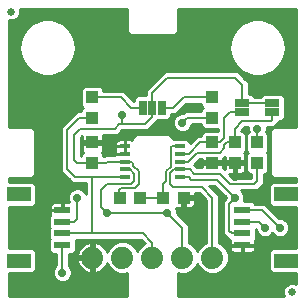
<source format=gtl>
G75*
%MOIN*%
%OFA0B0*%
%FSLAX25Y25*%
%IPPOS*%
%LPD*%
%AMOC8*
5,1,8,0,0,1.08239X$1,22.5*
%
%ADD10C,0.02500*%
%ADD11R,0.03937X0.04331*%
%ADD12R,0.02500X0.05000*%
%ADD13R,0.07874X0.04724*%
%ADD14R,0.05315X0.02362*%
%ADD15C,0.07400*%
%ADD16R,0.04331X0.03937*%
%ADD17R,0.03543X0.01496*%
%ADD18R,0.05000X0.02500*%
%ADD19C,0.00700*%
%ADD20C,0.02900*%
%ADD21C,0.01000*%
D10*
X0259833Y0078500D03*
X0166333Y0172000D03*
D11*
X0193333Y0143346D03*
X0193333Y0136654D03*
X0193333Y0128346D03*
X0193333Y0121654D03*
X0233333Y0121654D03*
X0240833Y0121654D03*
X0248333Y0121654D03*
X0248333Y0128346D03*
X0240833Y0128346D03*
X0233333Y0128346D03*
X0233333Y0136654D03*
X0233333Y0143346D03*
D12*
X0216533Y0140000D03*
X0213333Y0140000D03*
X0210133Y0140000D03*
D13*
X0168865Y0111024D03*
X0168865Y0088976D03*
X0257802Y0088976D03*
X0257802Y0111024D03*
D14*
X0243333Y0105906D03*
X0243333Y0101969D03*
X0243333Y0098031D03*
X0243333Y0094094D03*
X0183333Y0094094D03*
X0183333Y0098031D03*
X0183333Y0101969D03*
X0183333Y0105906D03*
D15*
X0193333Y0090000D03*
X0203333Y0090000D03*
X0213333Y0090000D03*
X0223333Y0090000D03*
X0233333Y0090000D03*
D16*
X0223680Y0110000D03*
X0216987Y0110000D03*
X0209180Y0110000D03*
X0202487Y0110000D03*
D17*
X0204180Y0116882D03*
X0204180Y0119441D03*
X0204180Y0122000D03*
X0204180Y0124559D03*
X0204180Y0127118D03*
X0222487Y0127118D03*
X0222487Y0124559D03*
X0222487Y0122000D03*
X0222487Y0119441D03*
X0222487Y0116882D03*
D18*
X0243333Y0138400D03*
X0243333Y0141600D03*
X0253333Y0141600D03*
X0253333Y0138400D03*
D19*
X0253333Y0136000D01*
X0252833Y0135500D01*
X0243333Y0135500D01*
X0240833Y0133000D01*
X0240833Y0128346D01*
X0238180Y0128346D01*
X0237333Y0127500D01*
X0237333Y0126500D01*
X0235833Y0125000D01*
X0228333Y0125000D01*
X0225333Y0122000D01*
X0222487Y0122000D01*
X0222487Y0124559D02*
X0225392Y0124559D01*
X0229180Y0128346D01*
X0233333Y0128346D01*
X0235680Y0128346D01*
X0237333Y0130000D01*
X0237333Y0136500D01*
X0239233Y0138400D01*
X0243333Y0138400D01*
X0243333Y0141600D02*
X0253333Y0141600D01*
X0243333Y0141600D02*
X0243333Y0147500D01*
X0240833Y0150000D01*
X0218333Y0150000D01*
X0213333Y0145000D01*
X0213333Y0140000D01*
X0213333Y0137000D01*
X0210833Y0134500D01*
X0203333Y0134500D01*
X0203333Y0137500D01*
X0203333Y0134500D02*
X0202333Y0134500D01*
X0200833Y0133000D01*
X0189333Y0133000D01*
X0187333Y0131000D01*
X0187333Y0127000D01*
X0187302Y0126969D01*
X0187333Y0127000D02*
X0187333Y0122500D01*
X0188180Y0121654D01*
X0193333Y0121654D01*
X0197987Y0121654D01*
X0198333Y0122000D01*
X0204180Y0122000D01*
X0206333Y0122000D01*
X0206933Y0121400D01*
X0206933Y0120600D01*
X0208833Y0118700D01*
X0208833Y0114500D01*
X0207433Y0113100D01*
X0202933Y0113100D01*
X0202333Y0112500D01*
X0202333Y0110154D01*
X0202487Y0110000D01*
X0209180Y0110000D02*
X0216987Y0110000D01*
X0216987Y0114654D01*
X0217833Y0115500D01*
X0217833Y0118700D01*
X0219433Y0120300D01*
X0219433Y0126700D01*
X0219851Y0127118D01*
X0222487Y0127118D01*
X0222487Y0119441D02*
X0220574Y0119441D01*
X0219333Y0118200D01*
X0219333Y0114500D01*
X0220333Y0113500D01*
X0229833Y0113500D01*
X0233333Y0110000D01*
X0233333Y0090000D01*
X0223333Y0090000D02*
X0223333Y0100000D01*
X0218333Y0105000D01*
X0198333Y0105000D01*
X0196333Y0107000D01*
X0196333Y0112500D01*
X0198333Y0114500D01*
X0206333Y0114500D01*
X0207333Y0115500D01*
X0207333Y0118000D01*
X0205892Y0119441D01*
X0204180Y0119441D01*
X0204180Y0116882D02*
X0193333Y0116882D01*
X0193333Y0098031D01*
X0210302Y0098031D01*
X0213333Y0095000D01*
X0213333Y0090000D01*
X0193333Y0098031D02*
X0183333Y0098031D01*
X0183333Y0094094D02*
X0183333Y0085000D01*
X0183333Y0101969D02*
X0187302Y0101969D01*
X0188333Y0103000D01*
X0188333Y0110000D01*
X0187451Y0116882D02*
X0193333Y0116882D01*
X0187451Y0116882D02*
X0184833Y0119500D01*
X0184833Y0132500D01*
X0188987Y0136654D01*
X0193333Y0136654D01*
X0193333Y0143346D02*
X0202987Y0143346D01*
X0206333Y0140000D01*
X0210133Y0140000D01*
X0216533Y0140000D02*
X0220333Y0140000D01*
X0223680Y0143346D01*
X0233333Y0143346D01*
X0233333Y0136654D02*
X0224987Y0136654D01*
X0223333Y0135000D01*
X0248333Y0133000D02*
X0248333Y0128346D01*
X0248333Y0121654D02*
X0248333Y0115500D01*
X0247333Y0114500D01*
X0239333Y0114500D01*
X0235833Y0118000D01*
X0227333Y0118000D01*
X0225892Y0119441D01*
X0222487Y0119441D01*
X0222487Y0116882D02*
X0225451Y0116882D01*
X0226333Y0116000D01*
X0234833Y0116000D01*
X0240833Y0110000D01*
X0238833Y0108000D01*
X0238833Y0099000D01*
X0239802Y0098031D01*
X0243333Y0098031D01*
X0243333Y0101969D02*
X0248865Y0101969D01*
X0250833Y0100000D01*
X0255833Y0100000D02*
X0249928Y0105906D01*
X0243333Y0105906D01*
D20*
X0245633Y0110000D03*
X0240833Y0110000D03*
X0228133Y0110000D03*
X0218333Y0105000D03*
X0198333Y0105000D03*
X0188333Y0110000D03*
X0198333Y0130000D03*
X0203333Y0137500D03*
X0223333Y0135000D03*
X0248333Y0133000D03*
X0240833Y0117000D03*
X0250833Y0100000D03*
X0255833Y0100000D03*
X0183333Y0085000D03*
D21*
X0165433Y0084914D02*
X0165433Y0077100D01*
X0204690Y0077100D01*
X0204690Y0084666D01*
X0204778Y0084753D01*
X0204407Y0084600D01*
X0202259Y0084600D01*
X0200274Y0085422D01*
X0198755Y0086941D01*
X0198224Y0088224D01*
X0198152Y0088004D01*
X0197781Y0087275D01*
X0197300Y0086612D01*
X0196721Y0086034D01*
X0196059Y0085553D01*
X0195329Y0085181D01*
X0194551Y0084928D01*
X0193833Y0084814D01*
X0193833Y0089500D01*
X0192833Y0089500D01*
X0188148Y0089500D01*
X0188261Y0088782D01*
X0188514Y0088004D01*
X0188886Y0087275D01*
X0189367Y0086612D01*
X0189946Y0086034D01*
X0190608Y0085553D01*
X0191337Y0085181D01*
X0192116Y0084928D01*
X0192833Y0084814D01*
X0192833Y0089500D01*
X0192833Y0090500D01*
X0188148Y0090500D01*
X0188261Y0091218D01*
X0188514Y0091996D01*
X0188886Y0092725D01*
X0189367Y0093388D01*
X0189946Y0093966D01*
X0190608Y0094447D01*
X0191337Y0094819D01*
X0192116Y0095072D01*
X0192833Y0095186D01*
X0192833Y0090500D01*
X0193833Y0090500D01*
X0193833Y0095186D01*
X0194551Y0095072D01*
X0195329Y0094819D01*
X0196059Y0094447D01*
X0196721Y0093966D01*
X0197300Y0093388D01*
X0197781Y0092725D01*
X0198152Y0091996D01*
X0198224Y0091776D01*
X0198755Y0093059D01*
X0200274Y0094578D01*
X0202259Y0095400D01*
X0204407Y0095400D01*
X0206392Y0094578D01*
X0207911Y0093059D01*
X0208333Y0092040D01*
X0208755Y0093059D01*
X0210274Y0094578D01*
X0210686Y0094748D01*
X0209453Y0095981D01*
X0187689Y0095981D01*
X0187691Y0095980D01*
X0187691Y0092209D01*
X0186695Y0091213D01*
X0185383Y0091213D01*
X0185383Y0087405D01*
X0186004Y0086784D01*
X0186483Y0085627D01*
X0186483Y0084373D01*
X0186004Y0083216D01*
X0185118Y0082330D01*
X0183960Y0081850D01*
X0182707Y0081850D01*
X0181549Y0082330D01*
X0180663Y0083216D01*
X0180183Y0084373D01*
X0180183Y0085627D01*
X0180663Y0086784D01*
X0181283Y0087405D01*
X0181283Y0091213D01*
X0179972Y0091213D01*
X0178976Y0092209D01*
X0178976Y0095980D01*
X0179059Y0096063D01*
X0178976Y0096146D01*
X0178976Y0099917D01*
X0179059Y0100000D01*
X0178976Y0100083D01*
X0178976Y0103854D01*
X0179276Y0104154D01*
X0179176Y0104527D01*
X0179176Y0105815D01*
X0183243Y0105815D01*
X0183243Y0105996D01*
X0183243Y0108587D01*
X0180478Y0108587D01*
X0180097Y0108484D01*
X0179755Y0108287D01*
X0179476Y0108008D01*
X0179278Y0107666D01*
X0179176Y0107284D01*
X0179176Y0105996D01*
X0183243Y0105996D01*
X0183424Y0105996D01*
X0183424Y0108587D01*
X0185509Y0108587D01*
X0185183Y0109373D01*
X0185183Y0110627D01*
X0185663Y0111784D01*
X0186549Y0112670D01*
X0187707Y0113150D01*
X0188960Y0113150D01*
X0190118Y0112670D01*
X0191004Y0111784D01*
X0191283Y0111109D01*
X0191283Y0114832D01*
X0186602Y0114832D01*
X0185401Y0116033D01*
X0183984Y0117450D01*
X0182783Y0118651D01*
X0182783Y0133349D01*
X0183984Y0134550D01*
X0188138Y0138704D01*
X0189665Y0138704D01*
X0189665Y0139523D01*
X0190142Y0140000D01*
X0189665Y0140477D01*
X0189665Y0146216D01*
X0190661Y0147212D01*
X0196006Y0147212D01*
X0197002Y0146216D01*
X0197002Y0145396D01*
X0203836Y0145396D01*
X0207182Y0142050D01*
X0207183Y0142050D01*
X0207183Y0143204D01*
X0208179Y0144200D01*
X0211283Y0144200D01*
X0211283Y0145849D01*
X0217484Y0152050D01*
X0241682Y0152050D01*
X0244182Y0149550D01*
X0245383Y0148349D01*
X0245383Y0144550D01*
X0246537Y0144550D01*
X0247437Y0143650D01*
X0249229Y0143650D01*
X0250129Y0144550D01*
X0256537Y0144550D01*
X0257533Y0143554D01*
X0257533Y0136446D01*
X0256537Y0135450D01*
X0255383Y0135450D01*
X0255383Y0135151D01*
X0254182Y0133950D01*
X0253875Y0133643D01*
X0261233Y0133643D01*
X0261233Y0172900D01*
X0221976Y0172900D01*
X0221976Y0165334D01*
X0220834Y0164192D01*
X0205833Y0164192D01*
X0204690Y0165334D01*
X0204690Y0172900D01*
X0169154Y0172900D01*
X0169283Y0172587D01*
X0169283Y0171413D01*
X0168834Y0170329D01*
X0168004Y0169499D01*
X0166920Y0169050D01*
X0165747Y0169050D01*
X0165433Y0169180D01*
X0165433Y0133643D01*
X0172999Y0133643D01*
X0174142Y0132501D01*
X0174142Y0117499D01*
X0172999Y0116357D01*
X0165433Y0116357D01*
X0165433Y0115086D01*
X0173506Y0115086D01*
X0174502Y0114090D01*
X0174502Y0107957D01*
X0173506Y0106961D01*
X0165433Y0106961D01*
X0165433Y0093039D01*
X0173506Y0093039D01*
X0174502Y0092043D01*
X0174502Y0085910D01*
X0173506Y0084914D01*
X0165433Y0084914D01*
X0165433Y0083987D02*
X0180344Y0083987D01*
X0180183Y0084985D02*
X0173577Y0084985D01*
X0174502Y0085984D02*
X0180331Y0085984D01*
X0180861Y0086982D02*
X0174502Y0086982D01*
X0174502Y0087981D02*
X0181283Y0087981D01*
X0181283Y0088979D02*
X0174502Y0088979D01*
X0174502Y0089978D02*
X0181283Y0089978D01*
X0181283Y0090976D02*
X0174502Y0090976D01*
X0174502Y0091975D02*
X0179210Y0091975D01*
X0178976Y0092973D02*
X0173571Y0092973D01*
X0178976Y0093972D02*
X0165433Y0093972D01*
X0165433Y0094970D02*
X0178976Y0094970D01*
X0178976Y0095969D02*
X0165433Y0095969D01*
X0165433Y0096967D02*
X0178976Y0096967D01*
X0178976Y0097966D02*
X0165433Y0097966D01*
X0165433Y0098964D02*
X0178976Y0098964D01*
X0179022Y0099963D02*
X0165433Y0099963D01*
X0165433Y0100961D02*
X0178976Y0100961D01*
X0178976Y0101960D02*
X0165433Y0101960D01*
X0165433Y0102958D02*
X0178976Y0102958D01*
X0179079Y0103957D02*
X0165433Y0103957D01*
X0165433Y0104955D02*
X0179176Y0104955D01*
X0179176Y0106952D02*
X0165433Y0106952D01*
X0165433Y0105954D02*
X0183243Y0105954D01*
X0183243Y0106952D02*
X0183424Y0106952D01*
X0183424Y0107951D02*
X0183243Y0107951D01*
X0185359Y0108949D02*
X0174502Y0108949D01*
X0174495Y0107951D02*
X0179443Y0107951D01*
X0174502Y0109948D02*
X0185183Y0109948D01*
X0185316Y0110946D02*
X0174502Y0110946D01*
X0174502Y0111945D02*
X0185823Y0111945D01*
X0187208Y0112943D02*
X0174502Y0112943D01*
X0174502Y0113942D02*
X0191283Y0113942D01*
X0191283Y0112943D02*
X0189459Y0112943D01*
X0190843Y0111945D02*
X0191283Y0111945D01*
X0186494Y0114940D02*
X0173651Y0114940D01*
X0173580Y0116937D02*
X0184497Y0116937D01*
X0185495Y0115939D02*
X0165433Y0115939D01*
X0174142Y0117936D02*
X0183498Y0117936D01*
X0182783Y0118934D02*
X0174142Y0118934D01*
X0174142Y0119933D02*
X0182783Y0119933D01*
X0182783Y0120932D02*
X0174142Y0120932D01*
X0174142Y0121930D02*
X0182783Y0121930D01*
X0182783Y0122929D02*
X0174142Y0122929D01*
X0174142Y0123927D02*
X0182783Y0123927D01*
X0182783Y0124926D02*
X0174142Y0124926D01*
X0174142Y0125924D02*
X0182783Y0125924D01*
X0182783Y0126923D02*
X0174142Y0126923D01*
X0174142Y0127921D02*
X0182783Y0127921D01*
X0182783Y0128920D02*
X0174142Y0128920D01*
X0174142Y0129918D02*
X0182783Y0129918D01*
X0182783Y0130917D02*
X0174142Y0130917D01*
X0174142Y0131915D02*
X0182783Y0131915D01*
X0182783Y0132914D02*
X0173729Y0132914D01*
X0165433Y0133912D02*
X0183346Y0133912D01*
X0184345Y0134911D02*
X0165433Y0134911D01*
X0165433Y0135909D02*
X0185343Y0135909D01*
X0186342Y0136908D02*
X0165433Y0136908D01*
X0165433Y0137906D02*
X0187340Y0137906D01*
X0189665Y0138905D02*
X0165433Y0138905D01*
X0165433Y0139903D02*
X0190045Y0139903D01*
X0189665Y0140902D02*
X0165433Y0140902D01*
X0165433Y0141900D02*
X0189665Y0141900D01*
X0189665Y0142899D02*
X0165433Y0142899D01*
X0165433Y0143897D02*
X0189665Y0143897D01*
X0189665Y0144896D02*
X0165433Y0144896D01*
X0165433Y0145894D02*
X0189665Y0145894D01*
X0190342Y0146893D02*
X0165433Y0146893D01*
X0165433Y0147891D02*
X0213326Y0147891D01*
X0214324Y0148890D02*
X0165433Y0148890D01*
X0165433Y0149888D02*
X0215323Y0149888D01*
X0216321Y0150887D02*
X0180779Y0150887D01*
X0179991Y0150600D02*
X0183106Y0151734D01*
X0185645Y0153865D01*
X0187303Y0156735D01*
X0187303Y0156735D01*
X0187878Y0160000D01*
X0187303Y0163265D01*
X0185645Y0166135D01*
X0185645Y0166135D01*
X0183106Y0168266D01*
X0183106Y0168266D01*
X0179991Y0169400D01*
X0176676Y0169400D01*
X0173561Y0168266D01*
X0173561Y0168266D01*
X0171021Y0166135D01*
X0169364Y0163265D01*
X0169364Y0163265D01*
X0168788Y0160000D01*
X0169364Y0156735D01*
X0171021Y0153865D01*
X0173561Y0151734D01*
X0173561Y0151734D01*
X0176676Y0150600D01*
X0177463Y0150600D01*
X0179991Y0150600D01*
X0183106Y0151734D02*
X0183106Y0151734D01*
X0183286Y0151885D02*
X0217320Y0151885D01*
X0212327Y0146893D02*
X0196325Y0146893D01*
X0197002Y0145894D02*
X0211328Y0145894D01*
X0211283Y0144896D02*
X0204337Y0144896D01*
X0205335Y0143897D02*
X0207876Y0143897D01*
X0207183Y0142899D02*
X0206334Y0142899D01*
X0214143Y0134911D02*
X0220183Y0134911D01*
X0220183Y0134373D02*
X0220183Y0135627D01*
X0220663Y0136784D01*
X0221549Y0137670D01*
X0222707Y0138150D01*
X0223584Y0138150D01*
X0224138Y0138704D01*
X0229665Y0138704D01*
X0229665Y0139523D01*
X0230142Y0140000D01*
X0229665Y0140477D01*
X0229665Y0141296D01*
X0224529Y0141296D01*
X0221182Y0137950D01*
X0219483Y0137950D01*
X0219483Y0136796D01*
X0218487Y0135800D01*
X0215032Y0135800D01*
X0212883Y0133651D01*
X0211682Y0132450D01*
X0203182Y0132450D01*
X0202883Y0132151D01*
X0201682Y0130950D01*
X0196737Y0130950D01*
X0196802Y0130709D01*
X0196802Y0128831D01*
X0193818Y0128831D01*
X0193818Y0127862D01*
X0196802Y0127862D01*
X0196802Y0125984D01*
X0196700Y0125602D01*
X0196502Y0125260D01*
X0196383Y0125141D01*
X0197002Y0124523D01*
X0197002Y0123704D01*
X0197138Y0123704D01*
X0197484Y0124050D01*
X0200908Y0124050D01*
X0200908Y0124559D01*
X0204180Y0124559D01*
X0204180Y0124559D01*
X0204180Y0124870D01*
X0204180Y0127118D01*
X0204180Y0127118D01*
X0204180Y0127118D01*
X0204180Y0129366D01*
X0206149Y0129366D01*
X0206530Y0129264D01*
X0206659Y0129190D01*
X0206659Y0129894D01*
X0207801Y0131037D01*
X0218865Y0131037D01*
X0220008Y0129894D01*
X0220008Y0129563D01*
X0220011Y0129566D01*
X0224963Y0129566D01*
X0225959Y0128570D01*
X0225959Y0128024D01*
X0228331Y0130396D01*
X0229665Y0130396D01*
X0229665Y0131216D01*
X0230661Y0132212D01*
X0235283Y0132212D01*
X0235283Y0132788D01*
X0230661Y0132788D01*
X0229665Y0133784D01*
X0229665Y0134604D01*
X0226483Y0134604D01*
X0226483Y0134373D01*
X0226004Y0133216D01*
X0225118Y0132330D01*
X0223960Y0131850D01*
X0222707Y0131850D01*
X0221549Y0132330D01*
X0220663Y0133216D01*
X0220183Y0134373D01*
X0220374Y0133912D02*
X0213145Y0133912D01*
X0212146Y0132914D02*
X0220965Y0132914D01*
X0222549Y0131915D02*
X0202648Y0131915D01*
X0202211Y0129366D02*
X0201829Y0129264D01*
X0201487Y0129066D01*
X0201208Y0128787D01*
X0201010Y0128445D01*
X0200908Y0128064D01*
X0200908Y0127118D01*
X0200908Y0126173D01*
X0200998Y0125839D01*
X0200908Y0125505D01*
X0200908Y0124559D01*
X0204180Y0124559D01*
X0204180Y0127118D01*
X0200908Y0127118D01*
X0204180Y0127118D01*
X0204180Y0127118D01*
X0204180Y0129366D01*
X0202211Y0129366D01*
X0201340Y0128920D02*
X0196802Y0128920D01*
X0196802Y0129918D02*
X0206683Y0129918D01*
X0207681Y0130917D02*
X0196746Y0130917D01*
X0193818Y0127921D02*
X0200908Y0127921D01*
X0200908Y0126923D02*
X0196802Y0126923D01*
X0196786Y0125924D02*
X0200975Y0125924D01*
X0200908Y0124926D02*
X0196599Y0124926D01*
X0197002Y0123927D02*
X0197361Y0123927D01*
X0190283Y0125141D02*
X0189665Y0124523D01*
X0189665Y0123704D01*
X0189383Y0123704D01*
X0189383Y0126151D01*
X0189383Y0130151D01*
X0189865Y0130632D01*
X0189865Y0128831D01*
X0192849Y0128831D01*
X0192849Y0127862D01*
X0189865Y0127862D01*
X0189865Y0125984D01*
X0189967Y0125602D01*
X0190165Y0125260D01*
X0190283Y0125141D01*
X0190067Y0124926D02*
X0189383Y0124926D01*
X0189383Y0125924D02*
X0189881Y0125924D01*
X0189865Y0126923D02*
X0189383Y0126923D01*
X0189383Y0127921D02*
X0192849Y0127921D01*
X0189865Y0128920D02*
X0189383Y0128920D01*
X0189383Y0129918D02*
X0189865Y0129918D01*
X0189665Y0123927D02*
X0189383Y0123927D01*
X0204180Y0124559D02*
X0204180Y0124559D01*
X0204180Y0124926D02*
X0204180Y0124926D01*
X0204180Y0125924D02*
X0204180Y0125924D01*
X0204180Y0126923D02*
X0204180Y0126923D01*
X0204180Y0127921D02*
X0204180Y0127921D01*
X0204180Y0128920D02*
X0204180Y0128920D01*
X0218985Y0130917D02*
X0229665Y0130917D01*
X0230364Y0131915D02*
X0224117Y0131915D01*
X0225702Y0132914D02*
X0230535Y0132914D01*
X0229665Y0133912D02*
X0226292Y0133912D01*
X0220300Y0135909D02*
X0218597Y0135909D01*
X0219483Y0136908D02*
X0220786Y0136908D01*
X0219483Y0137906D02*
X0222118Y0137906D01*
X0222137Y0138905D02*
X0229665Y0138905D01*
X0230045Y0139903D02*
X0223136Y0139903D01*
X0224134Y0140902D02*
X0229665Y0140902D01*
X0242944Y0132212D02*
X0244182Y0133450D01*
X0245183Y0133450D01*
X0245183Y0132373D01*
X0245370Y0131922D01*
X0244665Y0131216D01*
X0244665Y0125477D01*
X0245142Y0125000D01*
X0244665Y0124523D01*
X0244665Y0118784D01*
X0245661Y0117788D01*
X0246283Y0117788D01*
X0246283Y0116550D01*
X0240182Y0116550D01*
X0238744Y0117988D01*
X0240349Y0117988D01*
X0240349Y0121169D01*
X0241318Y0121169D01*
X0241318Y0122138D01*
X0244302Y0122138D01*
X0244302Y0124016D01*
X0244200Y0124398D01*
X0244002Y0124740D01*
X0243883Y0124859D01*
X0244502Y0125477D01*
X0244502Y0131216D01*
X0243506Y0132212D01*
X0242944Y0132212D01*
X0243803Y0131915D02*
X0245364Y0131915D01*
X0245183Y0132914D02*
X0243646Y0132914D01*
X0244502Y0130917D02*
X0244665Y0130917D01*
X0244665Y0129918D02*
X0244502Y0129918D01*
X0244502Y0128920D02*
X0244665Y0128920D01*
X0244665Y0127921D02*
X0244502Y0127921D01*
X0244502Y0126923D02*
X0244665Y0126923D01*
X0244665Y0125924D02*
X0244502Y0125924D01*
X0243950Y0124926D02*
X0245067Y0124926D01*
X0244665Y0123927D02*
X0244302Y0123927D01*
X0244302Y0122929D02*
X0244665Y0122929D01*
X0244665Y0121930D02*
X0241318Y0121930D01*
X0241318Y0121169D02*
X0244302Y0121169D01*
X0244302Y0119291D01*
X0244200Y0118909D01*
X0244002Y0118567D01*
X0243723Y0118288D01*
X0243381Y0118090D01*
X0242999Y0117988D01*
X0241318Y0117988D01*
X0241318Y0121169D01*
X0241318Y0120932D02*
X0240349Y0120932D01*
X0240349Y0121169D02*
X0237365Y0121169D01*
X0237365Y0119368D01*
X0236802Y0119931D01*
X0236802Y0121169D01*
X0233818Y0121169D01*
X0233818Y0122138D01*
X0236802Y0122138D01*
X0236802Y0123069D01*
X0237365Y0123632D01*
X0237365Y0122138D01*
X0240349Y0122138D01*
X0240349Y0121169D01*
X0240349Y0121930D02*
X0233818Y0121930D01*
X0232849Y0121930D02*
X0228162Y0121930D01*
X0227232Y0121000D02*
X0228182Y0120050D01*
X0229865Y0120050D01*
X0229865Y0121169D01*
X0232849Y0121169D01*
X0232849Y0122138D01*
X0229865Y0122138D01*
X0229865Y0122950D01*
X0229182Y0122950D01*
X0227232Y0121000D01*
X0227301Y0120932D02*
X0229865Y0120932D01*
X0229865Y0122929D02*
X0229161Y0122929D01*
X0236802Y0122929D02*
X0237365Y0122929D01*
X0237365Y0120932D02*
X0236802Y0120932D01*
X0236802Y0119933D02*
X0237365Y0119933D01*
X0238796Y0117936D02*
X0245513Y0117936D01*
X0246283Y0116937D02*
X0239795Y0116937D01*
X0240349Y0118934D02*
X0241318Y0118934D01*
X0241318Y0119933D02*
X0240349Y0119933D01*
X0244302Y0119933D02*
X0244665Y0119933D01*
X0244665Y0118934D02*
X0244206Y0118934D01*
X0244302Y0120932D02*
X0244665Y0120932D01*
X0250383Y0117788D02*
X0251006Y0117788D01*
X0252002Y0118784D01*
X0252002Y0124523D01*
X0251525Y0125000D01*
X0252002Y0125477D01*
X0252002Y0131216D01*
X0251296Y0131922D01*
X0251483Y0132373D01*
X0251483Y0133450D01*
X0251984Y0133450D01*
X0253474Y0133450D01*
X0252525Y0132501D01*
X0252525Y0117499D01*
X0253667Y0116357D01*
X0261233Y0116357D01*
X0261233Y0115086D01*
X0253161Y0115086D01*
X0252165Y0114090D01*
X0252165Y0107957D01*
X0253161Y0106961D01*
X0261233Y0106961D01*
X0261233Y0093039D01*
X0253161Y0093039D01*
X0252165Y0092043D01*
X0252165Y0085910D01*
X0253161Y0084914D01*
X0261233Y0084914D01*
X0261233Y0081113D01*
X0260420Y0081450D01*
X0259247Y0081450D01*
X0258162Y0081001D01*
X0257332Y0080171D01*
X0256883Y0079087D01*
X0256883Y0077913D01*
X0257220Y0077100D01*
X0221976Y0077100D01*
X0221976Y0084666D01*
X0221889Y0084753D01*
X0222259Y0084600D01*
X0224407Y0084600D01*
X0226392Y0085422D01*
X0227911Y0086941D01*
X0228333Y0087960D01*
X0228755Y0086941D01*
X0230274Y0085422D01*
X0232259Y0084600D01*
X0234407Y0084600D01*
X0236392Y0085422D01*
X0237911Y0086941D01*
X0238733Y0088926D01*
X0238733Y0091074D01*
X0237911Y0093059D01*
X0236392Y0094578D01*
X0235383Y0094996D01*
X0235383Y0110849D01*
X0234182Y0112050D01*
X0232282Y0113950D01*
X0233984Y0113950D01*
X0237683Y0110251D01*
X0237683Y0109749D01*
X0236783Y0108849D01*
X0236783Y0098151D01*
X0237984Y0096950D01*
X0238953Y0095981D01*
X0239141Y0095981D01*
X0239276Y0095846D01*
X0239176Y0095473D01*
X0239176Y0094185D01*
X0243243Y0094185D01*
X0243243Y0094004D01*
X0243424Y0094004D01*
X0243424Y0094185D01*
X0247491Y0094185D01*
X0247491Y0095473D01*
X0247391Y0095846D01*
X0247691Y0096146D01*
X0247691Y0099355D01*
X0248163Y0098216D01*
X0249049Y0097330D01*
X0250207Y0096850D01*
X0251460Y0096850D01*
X0252618Y0097330D01*
X0253333Y0098045D01*
X0254049Y0097330D01*
X0255207Y0096850D01*
X0256460Y0096850D01*
X0257618Y0097330D01*
X0258504Y0098216D01*
X0258983Y0099373D01*
X0258983Y0100627D01*
X0258504Y0101784D01*
X0257618Y0102670D01*
X0256460Y0103150D01*
X0255582Y0103150D01*
X0250777Y0107955D01*
X0247526Y0107955D01*
X0246695Y0108787D01*
X0243740Y0108787D01*
X0243983Y0109373D01*
X0243983Y0110627D01*
X0243504Y0111784D01*
X0242838Y0112450D01*
X0248182Y0112450D01*
X0249383Y0113651D01*
X0250383Y0114651D01*
X0250383Y0117788D01*
X0251154Y0117936D02*
X0252525Y0117936D01*
X0252525Y0118934D02*
X0252002Y0118934D01*
X0252002Y0119933D02*
X0252525Y0119933D01*
X0252525Y0120932D02*
X0252002Y0120932D01*
X0252002Y0121930D02*
X0252525Y0121930D01*
X0252525Y0122929D02*
X0252002Y0122929D01*
X0252002Y0123927D02*
X0252525Y0123927D01*
X0252525Y0124926D02*
X0251599Y0124926D01*
X0252002Y0125924D02*
X0252525Y0125924D01*
X0252525Y0126923D02*
X0252002Y0126923D01*
X0252002Y0127921D02*
X0252525Y0127921D01*
X0252525Y0128920D02*
X0252002Y0128920D01*
X0252002Y0129918D02*
X0252525Y0129918D01*
X0252525Y0130917D02*
X0252002Y0130917D01*
X0252525Y0131915D02*
X0251303Y0131915D01*
X0251483Y0132914D02*
X0252938Y0132914D01*
X0254145Y0133912D02*
X0261233Y0133912D01*
X0261233Y0134911D02*
X0255143Y0134911D01*
X0256997Y0135909D02*
X0261233Y0135909D01*
X0261233Y0136908D02*
X0257533Y0136908D01*
X0257533Y0137906D02*
X0261233Y0137906D01*
X0261233Y0138905D02*
X0257533Y0138905D01*
X0257533Y0139903D02*
X0261233Y0139903D01*
X0261233Y0140902D02*
X0257533Y0140902D01*
X0257533Y0141900D02*
X0261233Y0141900D01*
X0261233Y0142899D02*
X0257533Y0142899D01*
X0257190Y0143897D02*
X0261233Y0143897D01*
X0261233Y0144896D02*
X0245383Y0144896D01*
X0245383Y0145894D02*
X0261233Y0145894D01*
X0261233Y0146893D02*
X0245383Y0146893D01*
X0245383Y0147891D02*
X0261233Y0147891D01*
X0261233Y0148890D02*
X0244843Y0148890D01*
X0243844Y0149888D02*
X0261233Y0149888D01*
X0261233Y0150887D02*
X0250779Y0150887D01*
X0249991Y0150600D02*
X0253106Y0151734D01*
X0255645Y0153865D01*
X0257303Y0156735D01*
X0257303Y0156735D01*
X0257878Y0160000D01*
X0257303Y0163265D01*
X0255645Y0166135D01*
X0255645Y0166135D01*
X0253106Y0168266D01*
X0253106Y0168266D01*
X0249991Y0169400D01*
X0246676Y0169400D01*
X0243561Y0168266D01*
X0243561Y0168266D01*
X0241021Y0166135D01*
X0239364Y0163265D01*
X0239364Y0163265D01*
X0238788Y0160000D01*
X0239364Y0156735D01*
X0241021Y0153865D01*
X0241021Y0153865D01*
X0243561Y0151734D01*
X0246676Y0150600D01*
X0249203Y0150600D01*
X0249991Y0150600D01*
X0249991Y0150600D01*
X0253106Y0151734D02*
X0253106Y0151734D01*
X0253286Y0151885D02*
X0261233Y0151885D01*
X0261233Y0152884D02*
X0254476Y0152884D01*
X0255645Y0153865D02*
X0255645Y0153865D01*
X0255645Y0153865D01*
X0255655Y0153882D02*
X0261233Y0153882D01*
X0261233Y0154881D02*
X0256232Y0154881D01*
X0256808Y0155879D02*
X0261233Y0155879D01*
X0261233Y0156878D02*
X0257328Y0156878D01*
X0257504Y0157876D02*
X0261233Y0157876D01*
X0261233Y0158875D02*
X0257680Y0158875D01*
X0257856Y0159873D02*
X0261233Y0159873D01*
X0261233Y0160872D02*
X0257725Y0160872D01*
X0257878Y0160000D02*
X0257878Y0160000D01*
X0257549Y0161870D02*
X0261233Y0161870D01*
X0261233Y0162869D02*
X0257372Y0162869D01*
X0257303Y0163265D02*
X0257303Y0163265D01*
X0256955Y0163868D02*
X0261233Y0163868D01*
X0261233Y0164866D02*
X0256378Y0164866D01*
X0255802Y0165865D02*
X0261233Y0165865D01*
X0261233Y0166863D02*
X0254778Y0166863D01*
X0253588Y0167862D02*
X0261233Y0167862D01*
X0261233Y0168860D02*
X0251474Y0168860D01*
X0245192Y0168860D02*
X0221976Y0168860D01*
X0221976Y0167862D02*
X0243079Y0167862D01*
X0241889Y0166863D02*
X0221976Y0166863D01*
X0221976Y0165865D02*
X0240865Y0165865D01*
X0241021Y0166135D02*
X0241021Y0166135D01*
X0241021Y0166135D01*
X0240289Y0164866D02*
X0221508Y0164866D01*
X0221976Y0169859D02*
X0261233Y0169859D01*
X0261233Y0170857D02*
X0221976Y0170857D01*
X0221976Y0171856D02*
X0261233Y0171856D01*
X0261233Y0172854D02*
X0221976Y0172854D01*
X0204690Y0172854D02*
X0169173Y0172854D01*
X0169283Y0171856D02*
X0204690Y0171856D01*
X0204690Y0170857D02*
X0169053Y0170857D01*
X0168364Y0169859D02*
X0204690Y0169859D01*
X0204690Y0168860D02*
X0181474Y0168860D01*
X0183588Y0167862D02*
X0204690Y0167862D01*
X0204690Y0166863D02*
X0184778Y0166863D01*
X0185802Y0165865D02*
X0204690Y0165865D01*
X0205158Y0164866D02*
X0186378Y0164866D01*
X0186955Y0163868D02*
X0239712Y0163868D01*
X0239294Y0162869D02*
X0187372Y0162869D01*
X0187303Y0163265D02*
X0187303Y0163265D01*
X0187549Y0161870D02*
X0239118Y0161870D01*
X0238942Y0160872D02*
X0187725Y0160872D01*
X0187878Y0160000D02*
X0187878Y0160000D01*
X0187856Y0159873D02*
X0238811Y0159873D01*
X0238788Y0160000D02*
X0238788Y0160000D01*
X0238987Y0158875D02*
X0187680Y0158875D01*
X0187504Y0157876D02*
X0239163Y0157876D01*
X0239339Y0156878D02*
X0187328Y0156878D01*
X0186808Y0155879D02*
X0239858Y0155879D01*
X0239364Y0156735D02*
X0239364Y0156735D01*
X0240435Y0154881D02*
X0186232Y0154881D01*
X0185655Y0153882D02*
X0241011Y0153882D01*
X0242190Y0152884D02*
X0184476Y0152884D01*
X0185645Y0153865D02*
X0185645Y0153865D01*
X0185645Y0153865D01*
X0175888Y0150887D02*
X0165433Y0150887D01*
X0165433Y0151885D02*
X0173380Y0151885D01*
X0172190Y0152884D02*
X0165433Y0152884D01*
X0165433Y0153882D02*
X0171011Y0153882D01*
X0170435Y0154881D02*
X0165433Y0154881D01*
X0165433Y0155879D02*
X0169858Y0155879D01*
X0169364Y0156735D02*
X0169364Y0156735D01*
X0169339Y0156878D02*
X0165433Y0156878D01*
X0165433Y0157876D02*
X0169163Y0157876D01*
X0168987Y0158875D02*
X0165433Y0158875D01*
X0165433Y0159873D02*
X0168811Y0159873D01*
X0168788Y0160000D02*
X0168788Y0160000D01*
X0168942Y0160872D02*
X0165433Y0160872D01*
X0165433Y0161870D02*
X0169118Y0161870D01*
X0169294Y0162869D02*
X0165433Y0162869D01*
X0165433Y0163868D02*
X0169712Y0163868D01*
X0170289Y0164866D02*
X0165433Y0164866D01*
X0165433Y0165865D02*
X0170865Y0165865D01*
X0171021Y0166135D02*
X0171021Y0166135D01*
X0171021Y0166135D01*
X0171889Y0166863D02*
X0165433Y0166863D01*
X0165433Y0167862D02*
X0173079Y0167862D01*
X0175192Y0168860D02*
X0165433Y0168860D01*
X0241847Y0151885D02*
X0243380Y0151885D01*
X0243561Y0151734D02*
X0243561Y0151734D01*
X0242846Y0150887D02*
X0245888Y0150887D01*
X0247190Y0143897D02*
X0249476Y0143897D01*
X0227852Y0129918D02*
X0219984Y0129918D01*
X0225609Y0128920D02*
X0226854Y0128920D01*
X0250383Y0116937D02*
X0253087Y0116937D01*
X0253015Y0114940D02*
X0250383Y0114940D01*
X0250383Y0115939D02*
X0261233Y0115939D01*
X0252165Y0113942D02*
X0249674Y0113942D01*
X0248676Y0112943D02*
X0252165Y0112943D01*
X0252165Y0111945D02*
X0243343Y0111945D01*
X0243851Y0110946D02*
X0252165Y0110946D01*
X0252165Y0109948D02*
X0243983Y0109948D01*
X0243808Y0108949D02*
X0252165Y0108949D01*
X0252171Y0107951D02*
X0250782Y0107951D01*
X0251780Y0106952D02*
X0261233Y0106952D01*
X0261233Y0105954D02*
X0252779Y0105954D01*
X0253777Y0104955D02*
X0261233Y0104955D01*
X0261233Y0103957D02*
X0254776Y0103957D01*
X0256923Y0102958D02*
X0261233Y0102958D01*
X0261233Y0101960D02*
X0258328Y0101960D01*
X0258845Y0100961D02*
X0261233Y0100961D01*
X0261233Y0099963D02*
X0258983Y0099963D01*
X0258814Y0098964D02*
X0261233Y0098964D01*
X0261233Y0097966D02*
X0258254Y0097966D01*
X0256743Y0096967D02*
X0261233Y0096967D01*
X0261233Y0095969D02*
X0247513Y0095969D01*
X0247491Y0094970D02*
X0261233Y0094970D01*
X0261233Y0093972D02*
X0247491Y0093972D01*
X0247491Y0094004D02*
X0243424Y0094004D01*
X0243424Y0091413D01*
X0246188Y0091413D01*
X0246570Y0091516D01*
X0246912Y0091713D01*
X0247191Y0091992D01*
X0247389Y0092334D01*
X0247491Y0092716D01*
X0247491Y0094004D01*
X0247491Y0092973D02*
X0253095Y0092973D01*
X0252165Y0091975D02*
X0247173Y0091975D01*
X0243424Y0091975D02*
X0243243Y0091975D01*
X0243243Y0091413D02*
X0240478Y0091413D01*
X0240097Y0091516D01*
X0239755Y0091713D01*
X0239476Y0091992D01*
X0239278Y0092334D01*
X0239176Y0092716D01*
X0239176Y0094004D01*
X0243243Y0094004D01*
X0243243Y0091413D01*
X0243243Y0092973D02*
X0243424Y0092973D01*
X0243424Y0093972D02*
X0243243Y0093972D01*
X0239176Y0093972D02*
X0236998Y0093972D01*
X0237947Y0092973D02*
X0239176Y0092973D01*
X0239493Y0091975D02*
X0238360Y0091975D01*
X0238733Y0090976D02*
X0252165Y0090976D01*
X0252165Y0089978D02*
X0238733Y0089978D01*
X0238733Y0088979D02*
X0252165Y0088979D01*
X0252165Y0087981D02*
X0238342Y0087981D01*
X0237928Y0086982D02*
X0252165Y0086982D01*
X0252165Y0085984D02*
X0236954Y0085984D01*
X0235337Y0084985D02*
X0253090Y0084985D01*
X0258152Y0080991D02*
X0221976Y0080991D01*
X0221976Y0079993D02*
X0257259Y0079993D01*
X0256883Y0078994D02*
X0221976Y0078994D01*
X0221976Y0077996D02*
X0256883Y0077996D01*
X0261233Y0081990D02*
X0221976Y0081990D01*
X0221976Y0082988D02*
X0261233Y0082988D01*
X0261233Y0083987D02*
X0221976Y0083987D01*
X0225337Y0084985D02*
X0231329Y0084985D01*
X0229713Y0085984D02*
X0226954Y0085984D01*
X0227928Y0086982D02*
X0228738Y0086982D01*
X0228333Y0092040D02*
X0227911Y0093059D01*
X0226392Y0094578D01*
X0225383Y0094996D01*
X0225383Y0100849D01*
X0224182Y0102050D01*
X0221483Y0104749D01*
X0221483Y0105627D01*
X0221082Y0106594D01*
X0221317Y0106531D01*
X0223196Y0106531D01*
X0223196Y0109516D01*
X0224164Y0109516D01*
X0224164Y0110484D01*
X0227345Y0110484D01*
X0227345Y0111450D01*
X0228984Y0111450D01*
X0231283Y0109151D01*
X0231283Y0094996D01*
X0230274Y0094578D01*
X0228755Y0093059D01*
X0228333Y0092040D01*
X0227947Y0092973D02*
X0228720Y0092973D01*
X0229668Y0093972D02*
X0226998Y0093972D01*
X0225445Y0094970D02*
X0231222Y0094970D01*
X0231283Y0095969D02*
X0225383Y0095969D01*
X0225383Y0096967D02*
X0231283Y0096967D01*
X0231283Y0097966D02*
X0225383Y0097966D01*
X0225383Y0098964D02*
X0231283Y0098964D01*
X0231283Y0099963D02*
X0225383Y0099963D01*
X0225271Y0100961D02*
X0231283Y0100961D01*
X0231283Y0101960D02*
X0224273Y0101960D01*
X0223274Y0102958D02*
X0231283Y0102958D01*
X0231283Y0103957D02*
X0222276Y0103957D01*
X0221483Y0104955D02*
X0231283Y0104955D01*
X0231283Y0105954D02*
X0221348Y0105954D01*
X0223196Y0106952D02*
X0224164Y0106952D01*
X0224164Y0106531D02*
X0226043Y0106531D01*
X0226424Y0106634D01*
X0226766Y0106831D01*
X0227045Y0107110D01*
X0227243Y0107453D01*
X0227345Y0107834D01*
X0227345Y0109516D01*
X0224164Y0109516D01*
X0224164Y0106531D01*
X0224164Y0107951D02*
X0223196Y0107951D01*
X0223196Y0108949D02*
X0224164Y0108949D01*
X0224164Y0109948D02*
X0230486Y0109948D01*
X0231283Y0108949D02*
X0227345Y0108949D01*
X0227345Y0107951D02*
X0231283Y0107951D01*
X0231283Y0106952D02*
X0226887Y0106952D01*
X0227345Y0110946D02*
X0229488Y0110946D01*
X0233289Y0112943D02*
X0234991Y0112943D01*
X0234288Y0111945D02*
X0235989Y0111945D01*
X0235286Y0110946D02*
X0236988Y0110946D01*
X0237683Y0109948D02*
X0235383Y0109948D01*
X0235383Y0108949D02*
X0236884Y0108949D01*
X0236783Y0107951D02*
X0235383Y0107951D01*
X0235383Y0106952D02*
X0236783Y0106952D01*
X0236783Y0105954D02*
X0235383Y0105954D01*
X0235383Y0104955D02*
X0236783Y0104955D01*
X0236783Y0103957D02*
X0235383Y0103957D01*
X0235383Y0102958D02*
X0236783Y0102958D01*
X0236783Y0101960D02*
X0235383Y0101960D01*
X0235383Y0100961D02*
X0236783Y0100961D01*
X0236783Y0099963D02*
X0235383Y0099963D01*
X0235383Y0098964D02*
X0236783Y0098964D01*
X0236968Y0097966D02*
X0235383Y0097966D01*
X0235383Y0096967D02*
X0237967Y0096967D01*
X0239153Y0095969D02*
X0235383Y0095969D01*
X0235445Y0094970D02*
X0239176Y0094970D01*
X0247691Y0096967D02*
X0249924Y0096967D01*
X0248413Y0097966D02*
X0247691Y0097966D01*
X0247691Y0098964D02*
X0247853Y0098964D01*
X0251743Y0096967D02*
X0254924Y0096967D01*
X0253413Y0097966D02*
X0253254Y0097966D01*
X0233992Y0113942D02*
X0232291Y0113942D01*
X0209465Y0095969D02*
X0187691Y0095969D01*
X0187691Y0094970D02*
X0191803Y0094970D01*
X0192833Y0094970D02*
X0193833Y0094970D01*
X0193833Y0093972D02*
X0192833Y0093972D01*
X0192833Y0092973D02*
X0193833Y0092973D01*
X0193833Y0091975D02*
X0192833Y0091975D01*
X0192833Y0090976D02*
X0193833Y0090976D01*
X0192833Y0089978D02*
X0185383Y0089978D01*
X0185383Y0090976D02*
X0188223Y0090976D01*
X0188507Y0091975D02*
X0187456Y0091975D01*
X0187691Y0092973D02*
X0189066Y0092973D01*
X0189953Y0093972D02*
X0187691Y0093972D01*
X0194864Y0094970D02*
X0201222Y0094970D01*
X0199668Y0093972D02*
X0196713Y0093972D01*
X0197601Y0092973D02*
X0198720Y0092973D01*
X0198306Y0091975D02*
X0198159Y0091975D01*
X0205445Y0094970D02*
X0210464Y0094970D01*
X0209668Y0093972D02*
X0206998Y0093972D01*
X0207947Y0092973D02*
X0208720Y0092973D01*
X0198325Y0087981D02*
X0198141Y0087981D01*
X0197568Y0086982D02*
X0198738Y0086982D01*
X0199713Y0085984D02*
X0196652Y0085984D01*
X0194727Y0084985D02*
X0201329Y0084985D01*
X0204690Y0083987D02*
X0186323Y0083987D01*
X0186483Y0084985D02*
X0191940Y0084985D01*
X0192833Y0084985D02*
X0193833Y0084985D01*
X0193833Y0085984D02*
X0192833Y0085984D01*
X0192833Y0086982D02*
X0193833Y0086982D01*
X0193833Y0087981D02*
X0192833Y0087981D01*
X0192833Y0088979D02*
X0193833Y0088979D01*
X0190015Y0085984D02*
X0186335Y0085984D01*
X0185806Y0086982D02*
X0189098Y0086982D01*
X0188526Y0087981D02*
X0185383Y0087981D01*
X0185383Y0088979D02*
X0188230Y0088979D01*
X0185776Y0082988D02*
X0204690Y0082988D01*
X0204690Y0081990D02*
X0184297Y0081990D01*
X0182370Y0081990D02*
X0165433Y0081990D01*
X0165433Y0082988D02*
X0180890Y0082988D01*
X0165433Y0080991D02*
X0204690Y0080991D01*
X0204690Y0079993D02*
X0165433Y0079993D01*
X0165433Y0078994D02*
X0204690Y0078994D01*
X0204690Y0077996D02*
X0165433Y0077996D01*
M02*

</source>
